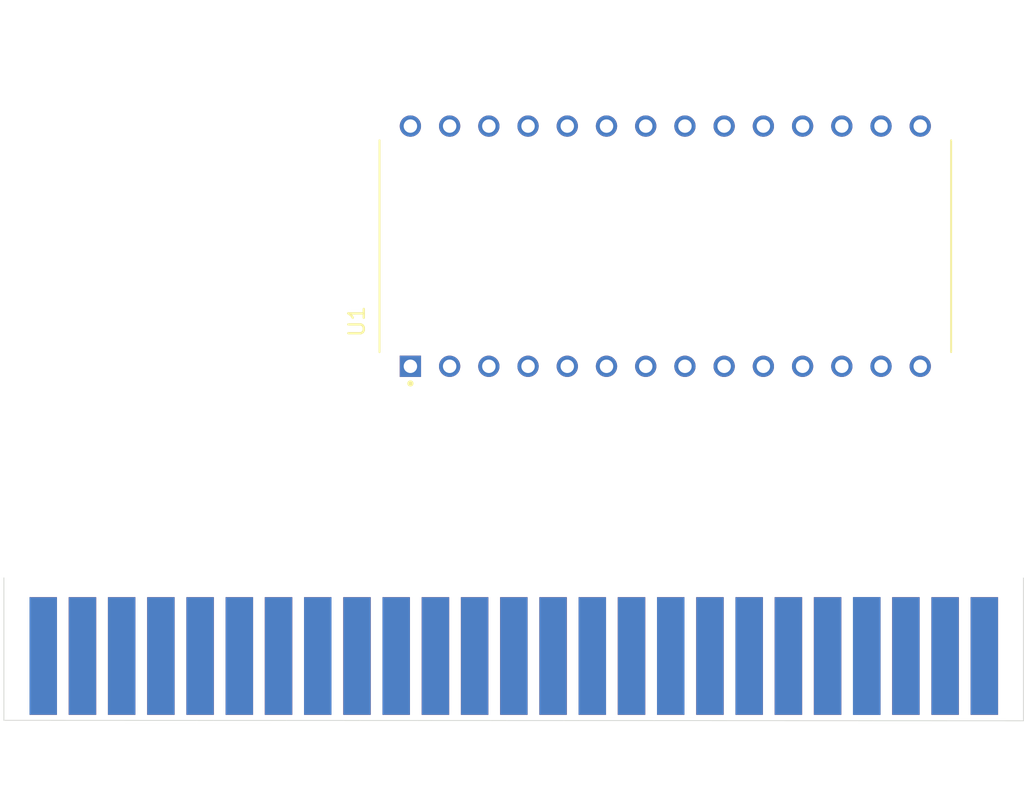
<source format=kicad_pcb>
(kicad_pcb (version 20240108) (generator "pcbnew") (generator_version "8.0")
  (layers (0 "F.Cu" signal) (31 "B.Cu" signal) (34 "B.Paste" user) (35 "F.Paste" user) (36 "B.SilkS" user "B.Silkscreen") (37 "F.SilkS" user "F.Silkscreen") (38 "B.Mask" user) (39 "F.Mask" user) (44 "Edge.Cuts" user))
  (net 0 "")
  (net 18 "Net-(CN1-R{slash}~{W})")
  (net 44 "Net-(CN1-~{I{slash}O_SELECT})")
  (net 49 "/D1")
  (net 50 "/D3")
  (net 51 "/A5")
  (net 52 "/D0")
  (net 53 "/D4")
  (net 54 "GND")
  (net 55 "/A4")
  (net 56 "/D5")
  (net 57 "/A7")
  (net 58 "/D6")
  (net 59 "/D2")
  (net 60 "/A6")
  (net 61 "/A0")
  (net 62 "/A2")
  (net 63 "/A1")
  (net 64 "/D7")
  (net 65 "/A3")
  (net 66 "+5V")
  (footprint "Library:HCG_APPLE2_slot_expansion" (layer "F.Cu") (at 68.76 80.795)
    (property "Reference" "CN1" (hide yes))
    (property "Value" "AppleII_Slot_Expansion")
    (fp_line (start 0 -9.29) (end 0 -0.06) (stroke (width 0.05)) (layer "Edge.Cuts"))
    (fp_line (start 0 -0.06) (end 66.03 -0.03) (stroke (width 0.05)) (layer "Edge.Cuts"))
    (fp_line (start 66.03 -0.03) (end 66.03 -9.28) (stroke (width 0.05)) (layer "Edge.Cuts"))
    (pad "1" connect rect (at 2.55 -4.225) (size 1.78 7.62) (layers "F.Cu" "F.Mask") (net 44 "Net-(CN1-~{I{slash}O_SELECT})"))
    (pad "2" connect rect (at 5.09 -4.225) (size 1.78 7.62) (layers "F.Cu" "F.Mask"))
    (pad "3" connect rect (at 7.63 -4.225) (size 1.78 7.62) (layers "F.Cu" "F.Mask"))
    (pad "4" connect rect (at 10.17 -4.225) (size 1.78 7.62) (layers "F.Cu" "F.Mask"))
    (pad "5" connect rect (at 12.71 -4.225) (size 1.78 7.62) (layers "F.Cu" "F.Mask"))
    (pad "6" connect rect (at 15.25 -4.225) (size 1.78 7.62) (layers "F.Cu" "F.Mask"))
    (pad "7" connect rect (at 17.79 -4.225) (size 1.78 7.62) (layers "F.Cu" "F.Mask"))
    (pad "8" connect rect (at 20.33 -4.225) (size 1.78 7.62) (layers "F.Cu" "F.Mask"))
    (pad "9" connect rect (at 22.87 -4.225) (size 1.78 7.62) (layers "F.Cu" "F.Mask"))
    (pad "10" connect rect (at 25.41 -4.225) (size 1.78 7.62) (layers "F.Cu" "F.Mask"))
    (pad "11" connect rect (at 27.95 -4.225) (size 1.78 7.62) (layers "F.Cu" "F.Mask"))
    (pad "12" connect rect (at 30.49 -4.225) (size 1.78 7.62) (layers "F.Cu" "F.Mask"))
    (pad "13" connect rect (at 33.03 -4.225) (size 1.78 7.62) (layers "F.Cu" "F.Mask"))
    (pad "14" connect rect (at 35.57 -4.225) (size 1.78 7.62) (layers "F.Cu" "F.Mask"))
    (pad "15" connect rect (at 38.11 -4.225) (size 1.78 7.62) (layers "F.Cu" "F.Mask"))
    (pad "16" connect rect (at 40.65 -4.225) (size 1.78 7.62) (layers "F.Cu" "F.Mask"))
    (pad "17" connect rect (at 43.19 -4.225) (size 1.78 7.62) (layers "F.Cu" "F.Mask"))
    (pad "18" connect rect (at 45.73 -4.225) (size 1.78 7.62) (layers "F.Cu" "F.Mask") (net 18 "Net-(CN1-R{slash}~{W})"))
    (pad "19" connect rect (at 48.27 -4.225) (size 1.78 7.62) (layers "F.Cu" "F.Mask"))
    (pad "20" connect rect (at 50.81 -4.225) (size 1.78 7.62) (layers "F.Cu" "F.Mask"))
    (pad "21" connect rect (at 53.35 -4.225) (size 1.78 7.62) (layers "F.Cu" "F.Mask"))
    (pad "22" connect rect (at 55.89 -4.225) (size 1.78 7.62) (layers "F.Cu" "F.Mask"))
    (pad "23" connect rect (at 58.42 -4.225) (size 1.78 7.62) (layers "F.Cu" "F.Mask"))
    (pad "24" connect rect (at 60.96 -4.225) (size 1.78 7.62) (layers "F.Cu" "F.Mask"))
    (pad "25" connect rect (at 63.5 -4.225) (size 1.78 7.62) (layers "F.Cu" "F.Mask"))
    (pad "26" connect rect (at 63.5 -4.225) (size 1.78 7.62) (layers "B.Cu" "B.Mask"))
    (pad "27" connect rect (at 60.96 -4.225) (size 1.78 7.62) (layers "B.Cu" "B.Mask"))
    (pad "28" connect rect (at 58.42 -4.225) (size 1.78 7.62) (layers "B.Cu" "B.Mask"))
    (pad "29" connect rect (at 55.89 -4.225) (size 1.78 7.62) (layers "B.Cu" "B.Mask"))
    (pad "30" connect rect (at 53.35 -4.225) (size 1.78 7.62) (layers "B.Cu" "B.Mask"))
    (pad "31" connect rect (at 50.81 -4.225) (size 1.78 7.62) (layers "B.Cu" "B.Mask"))
    (pad "32" connect rect (at 48.27 -4.225) (size 1.78 7.62) (layers "B.Cu" "B.Mask"))
    (pad "33" connect rect (at 45.73 -4.225) (size 1.78 7.62) (layers "B.Cu" "B.Mask"))
    (pad "34" connect rect (at 43.19 -4.225) (size 1.78 7.62) (layers "B.Cu" "B.Mask"))
    (pad "35" connect rect (at 40.65 -4.225) (size 1.78 7.62) (layers "B.Cu" "B.Mask"))
    (pad "36" connect rect (at 38.11 -4.225) (size 1.78 7.62) (layers "B.Cu" "B.Mask"))
    (pad "37" connect rect (at 35.57 -4.225) (size 1.78 7.62) (layers "B.Cu" "B.Mask"))
    (pad "38" connect rect (at 33.03 -4.225) (size 1.78 7.62) (layers "B.Cu" "B.Mask"))
    (pad "39" connect rect (at 30.49 -4.225) (size 1.78 7.62) (layers "B.Cu" "B.Mask"))
    (pad "40" connect rect (at 27.95 -4.225) (size 1.78 7.62) (layers "B.Cu" "B.Mask"))
    (pad "41" connect rect (at 25.41 -4.225) (size 1.78 7.62) (layers "B.Cu" "B.Mask"))
    (pad "42" connect rect (at 22.87 -4.225) (size 1.78 7.62) (layers "B.Cu" "B.Mask"))
    (pad "43" connect rect (at 20.33 -4.225) (size 1.78 7.62) (layers "B.Cu" "B.Mask"))
    (pad "44" connect rect (at 17.79 -4.225) (size 1.78 7.62) (layers "B.Cu" "B.Mask"))
    (pad "45" connect rect (at 15.25 -4.225) (size 1.78 7.62) (layers "B.Cu" "B.Mask"))
    (pad "46" connect rect (at 12.71 -4.225) (size 1.78 7.62) (layers "B.Cu" "B.Mask"))
    (pad "47" connect rect (at 10.17 -4.225) (size 1.78 7.62) (layers "B.Cu" "B.Mask"))
    (pad "48" connect rect (at 7.63 -4.225) (size 1.78 7.62) (layers "B.Cu" "B.Mask"))
    (pad "49" connect rect (at 5.09 -4.225) (size 1.78 7.62) (layers "B.Cu" "B.Mask"))
    (pad "50" connect rect (at 2.55 -4.225) (size 1.78 7.62) (layers "B.Cu" "B.Mask"))
    (pad "U" connect rect (at 55.88 -4.225) (size 1.78 7.62) (layers "B.Cu" "B.Mask"))
  )
  (footprint "New_Library_footprint:DIP1555W45P254L3733H482Q28" (layer "F.Cu") (at 111.6 50.02875 90)
    (property "Reference" "U1" (at -4.875 -19.985 270) (layer "F.SilkS"))
    (property "Value" "AT28C64B-15PU")
    (fp_line (start -6.858 -18.51) (end 6.858 -18.51) (stroke (width 0.127)) (layer "F.SilkS"))
    (fp_line (start -6.858 18.51) (end 6.858 18.51) (stroke (width 0.127)) (layer "F.SilkS"))
    (fp_circle (center -8.88875 -16.51) (end -8.78875 -16.51) (stroke (width 0.2)) (fill none) (layer "F.SilkS"))
    (pad "1" thru_hole rect (at -7.77875 -16.51 90) (size 1.378 1.378) (drill 0.87) (layers "*.Cu" "*.Mask"))
    (pad "2" thru_hole circle (at -7.77875 -13.97 90) (size 1.378 1.378) (drill 0.87) (layers "*.Cu" "*.Mask") (net 54 "GND"))
    (pad "3" thru_hole circle (at -7.77875 -11.43 90) (size 1.378 1.378) (drill 0.87) (layers "*.Cu" "*.Mask") (net 57 "/A7"))
    (pad "4" thru_hole circle (at -7.77875 -8.89 90) (size 1.378 1.378) (drill 0.87) (layers "*.Cu" "*.Mask") (net 60 "/A6"))
    (pad "5" thru_hole circle (at -7.77875 -6.35 90) (size 1.378 1.378) (drill 0.87) (layers "*.Cu" "*.Mask") (net 51 "/A5"))
    (pad "6" thru_hole circle (at -7.77875 -3.81 90) (size 1.378 1.378) (drill 0.87) (layers "*.Cu" "*.Mask") (net 55 "/A4"))
    (pad "7" thru_hole circle (at -7.77875 -1.27 90) (size 1.378 1.378) (drill 0.87) (layers "*.Cu" "*.Mask") (net 65 "/A3"))
    (pad "8" thru_hole circle (at -7.77875 1.27 90) (size 1.378 1.378) (drill 0.87) (layers "*.Cu" "*.Mask") (net 62 "/A2"))
    (pad "9" thru_hole circle (at -7.77875 3.81 90) (size 1.378 1.378) (drill 0.87) (layers "*.Cu" "*.Mask") (net 63 "/A1"))
    (pad "10" thru_hole circle (at -7.77875 6.35 90) (size 1.378 1.378) (drill 0.87) (layers "*.Cu" "*.Mask") (net 61 "/A0"))
    (pad "11" thru_hole circle (at -7.77875 8.89 90) (size 1.378 1.378) (drill 0.87) (layers "*.Cu" "*.Mask") (net 52 "/D0"))
    (pad "12" thru_hole circle (at -7.77875 11.43 90) (size 1.378 1.378) (drill 0.87) (layers "*.Cu" "*.Mask") (net 49 "/D1"))
    (pad "13" thru_hole circle (at -7.77875 13.97 90) (size 1.378 1.378) (drill 0.87) (layers "*.Cu" "*.Mask") (net 59 "/D2"))
    (pad "14" thru_hole circle (at -7.77875 16.51 90) (size 1.378 1.378) (drill 0.87) (layers "*.Cu" "*.Mask") (net 54 "GND"))
    (pad "15" thru_hole circle (at 7.77875 16.51 90) (size 1.378 1.378) (drill 0.87) (layers "*.Cu" "*.Mask") (net 50 "/D3"))
    (pad "16" thru_hole circle (at 7.77875 13.97 90) (size 1.378 1.378) (drill 0.87) (layers "*.Cu" "*.Mask") (net 53 "/D4"))
    (pad "17" thru_hole circle (at 7.77875 11.43 90) (size 1.378 1.378) (drill 0.87) (layers "*.Cu" "*.Mask") (net 56 "/D5"))
    (pad "18" thru_hole circle (at 7.77875 8.89 90) (size 1.378 1.378) (drill 0.87) (layers "*.Cu" "*.Mask") (net 58 "/D6"))
    (pad "19" thru_hole circle (at 7.77875 6.35 90) (size 1.378 1.378) (drill 0.87) (layers "*.Cu" "*.Mask") (net 64 "/D7"))
    (pad "20" thru_hole circle (at 7.77875 3.81 90) (size 1.378 1.378) (drill 0.87) (layers "*.Cu" "*.Mask") (net 44 "Net-(CN1-~{I{slash}O_SELECT})"))
    (pad "21" thru_hole circle (at 7.77875 1.27 90) (size 1.378 1.378) (drill 0.87) (layers "*.Cu" "*.Mask") (net 54 "GND"))
    (pad "22" thru_hole circle (at 7.77875 -1.27 90) (size 1.378 1.378) (drill 0.87) (layers "*.Cu" "*.Mask") (net 54 "GND"))
    (pad "23" thru_hole circle (at 7.77875 -3.81 90) (size 1.378 1.378) (drill 0.87) (layers "*.Cu" "*.Mask") (net 54 "GND"))
    (pad "24" thru_hole circle (at 7.77875 -6.35 90) (size 1.378 1.378) (drill 0.87) (layers "*.Cu" "*.Mask") (net 54 "GND"))
    (pad "25" thru_hole circle (at 7.77875 -8.89 90) (size 1.378 1.378) (drill 0.87) (layers "*.Cu" "*.Mask") (net 54 "GND"))
    (pad "26" thru_hole circle (at 7.77875 -11.43 90) (size 1.378 1.378) (drill 0.87) (layers "*.Cu" "*.Mask"))
    (pad "27" thru_hole circle (at 7.77875 -13.97 90) (size 1.378 1.378) (drill 0.87) (layers "*.Cu" "*.Mask") (net 18 "Net-(CN1-R{slash}~{W})"))
    (pad "28" thru_hole circle (at 7.77875 -16.51 90) (size 1.378 1.378) (drill 0.87) (layers "*.Cu" "*.Mask") (net 66 "+5V"))
  )
)
</source>
